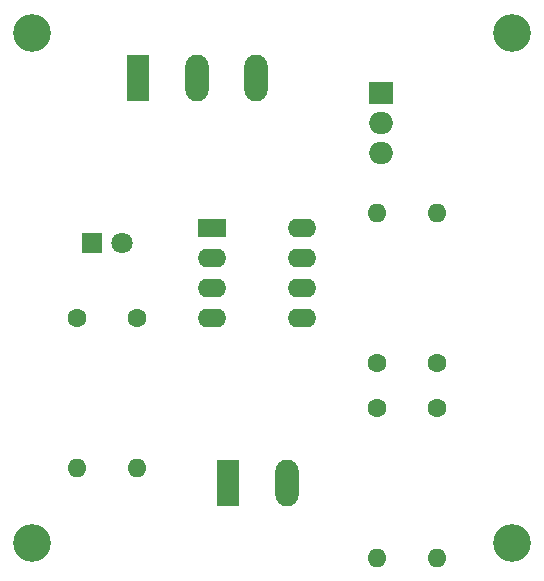
<source format=gbr>
%TF.GenerationSoftware,KiCad,Pcbnew,7.0.6*%
%TF.CreationDate,2023-07-17T15:49:29+01:00*%
%TF.ProjectId,med_assoc_lick_sens_addon,6d65645f-6173-4736-9f63-5f6c69636b5f,rev?*%
%TF.SameCoordinates,Original*%
%TF.FileFunction,Soldermask,Bot*%
%TF.FilePolarity,Negative*%
%FSLAX46Y46*%
G04 Gerber Fmt 4.6, Leading zero omitted, Abs format (unit mm)*
G04 Created by KiCad (PCBNEW 7.0.6) date 2023-07-17 15:49:29*
%MOMM*%
%LPD*%
G01*
G04 APERTURE LIST*
%ADD10R,1.980000X3.960000*%
%ADD11O,1.980000X3.960000*%
%ADD12R,2.400000X1.600000*%
%ADD13O,2.400000X1.600000*%
%ADD14C,1.600000*%
%ADD15O,1.600000X1.600000*%
%ADD16R,1.800000X1.800000*%
%ADD17C,1.800000*%
%ADD18C,3.200000*%
%ADD19R,2.000000X1.905000*%
%ADD20O,2.000000X1.905000*%
G04 APERTURE END LIST*
D10*
%TO.C,J1*%
X161370000Y-77470000D03*
D11*
X166370000Y-77470000D03*
%TD*%
D12*
%TO.C,U1*%
X160020000Y-55880000D03*
D13*
X160020000Y-58420000D03*
X160020000Y-60960000D03*
X160020000Y-63500000D03*
X167640000Y-63500000D03*
X167640000Y-60960000D03*
X167640000Y-58420000D03*
X167640000Y-55880000D03*
%TD*%
D14*
%TO.C,R4*%
X179070000Y-67310000D03*
D15*
X179070000Y-54610000D03*
%TD*%
D16*
%TO.C,D1*%
X149860000Y-57150000D03*
D17*
X152400000Y-57150000D03*
%TD*%
D18*
%TO.C,H1*%
X144780000Y-39370000D03*
%TD*%
D10*
%TO.C,J2*%
X153750000Y-43180000D03*
D11*
X158750000Y-43180000D03*
X163750000Y-43180000D03*
%TD*%
D14*
%TO.C,R6*%
X179070000Y-71120000D03*
D15*
X179070000Y-83820000D03*
%TD*%
D18*
%TO.C,H2*%
X185420000Y-39370000D03*
%TD*%
D14*
%TO.C,R5*%
X173990000Y-71120000D03*
D15*
X173990000Y-83820000D03*
%TD*%
D18*
%TO.C,H4*%
X185420000Y-82550000D03*
%TD*%
D14*
%TO.C,R2*%
X148590000Y-63500000D03*
D15*
X148590000Y-76200000D03*
%TD*%
D19*
%TO.C,U2*%
X174315000Y-44450000D03*
D20*
X174315000Y-46990000D03*
X174315000Y-49530000D03*
%TD*%
D14*
%TO.C,R1*%
X153670000Y-63500000D03*
D15*
X153670000Y-76200000D03*
%TD*%
D14*
%TO.C,R3*%
X173990000Y-67310000D03*
D15*
X173990000Y-54610000D03*
%TD*%
D18*
%TO.C,H3*%
X144780000Y-82550000D03*
%TD*%
M02*

</source>
